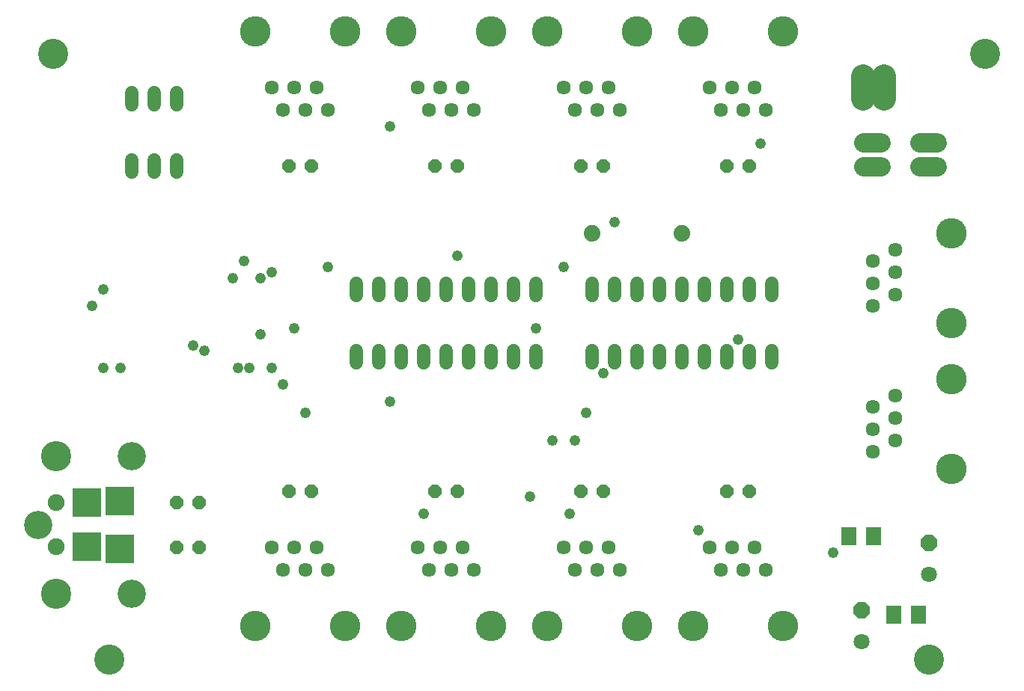
<source format=gbs>
G75*
G70*
%OFA0B0*%
%FSLAX24Y24*%
%IPPOS*%
%LPD*%
%AMOC8*
5,1,8,0,0,1.08239X$1,22.5*
%
%ADD10C,0.1340*%
%ADD11C,0.0600*%
%ADD12C,0.0634*%
%ADD13C,0.1360*%
%ADD14OC8,0.0600*%
%ADD15C,0.0740*%
%ADD16C,0.0867*%
%ADD17C,0.1261*%
%ADD18C,0.1346*%
%ADD19R,0.1261X0.1261*%
%ADD20C,0.0749*%
%ADD21C,0.1080*%
%ADD22R,0.0710X0.0789*%
%ADD23OC8,0.0710*%
%ADD24C,0.0710*%
%ADD25C,0.0480*%
D10*
X004100Y001704D03*
X040600Y001704D03*
X043100Y028704D03*
X001600Y028704D03*
D11*
X005100Y026964D02*
X005100Y026444D01*
X006100Y026444D02*
X006100Y026964D01*
X007100Y026964D02*
X007100Y026444D01*
X007100Y023964D02*
X007100Y023444D01*
X006100Y023444D02*
X006100Y023964D01*
X005100Y023964D02*
X005100Y023444D01*
X015100Y018464D02*
X015100Y017944D01*
X016100Y017944D02*
X016100Y018464D01*
X017100Y018464D02*
X017100Y017944D01*
X018100Y017944D02*
X018100Y018464D01*
X019100Y018464D02*
X019100Y017944D01*
X020100Y017944D02*
X020100Y018464D01*
X021100Y018464D02*
X021100Y017944D01*
X022100Y017944D02*
X022100Y018464D01*
X023100Y018464D02*
X023100Y017944D01*
X025600Y017944D02*
X025600Y018464D01*
X026600Y018464D02*
X026600Y017944D01*
X027600Y017944D02*
X027600Y018464D01*
X028600Y018464D02*
X028600Y017944D01*
X029600Y017944D02*
X029600Y018464D01*
X030600Y018464D02*
X030600Y017944D01*
X031600Y017944D02*
X031600Y018464D01*
X032600Y018464D02*
X032600Y017944D01*
X033600Y017944D02*
X033600Y018464D01*
X033600Y015464D02*
X033600Y014944D01*
X032600Y014944D02*
X032600Y015464D01*
X031600Y015464D02*
X031600Y014944D01*
X030600Y014944D02*
X030600Y015464D01*
X029600Y015464D02*
X029600Y014944D01*
X028600Y014944D02*
X028600Y015464D01*
X027600Y015464D02*
X027600Y014944D01*
X026600Y014944D02*
X026600Y015464D01*
X025600Y015464D02*
X025600Y014944D01*
X023100Y014944D02*
X023100Y015464D01*
X022100Y015464D02*
X022100Y014944D01*
X021100Y014944D02*
X021100Y015464D01*
X020100Y015464D02*
X020100Y014944D01*
X019100Y014944D02*
X019100Y015464D01*
X018100Y015464D02*
X018100Y014944D01*
X017100Y014944D02*
X017100Y015464D01*
X016100Y015464D02*
X016100Y014944D01*
X015100Y014944D02*
X015100Y015464D01*
D12*
X013350Y006704D03*
X012350Y006704D03*
X011350Y006704D03*
X011850Y005704D03*
X012850Y005704D03*
X013850Y005704D03*
X017850Y006704D03*
X018850Y006704D03*
X019850Y006704D03*
X019350Y005704D03*
X020350Y005704D03*
X018350Y005704D03*
X024350Y006704D03*
X025350Y006704D03*
X026350Y006704D03*
X025850Y005704D03*
X024850Y005704D03*
X026850Y005704D03*
X030850Y006704D03*
X031850Y006704D03*
X032850Y006704D03*
X032350Y005704D03*
X033350Y005704D03*
X031350Y005704D03*
X038100Y010954D03*
X039100Y011454D03*
X038100Y011954D03*
X039100Y012454D03*
X038100Y012954D03*
X039100Y013454D03*
X038100Y017454D03*
X039100Y017954D03*
X038100Y018454D03*
X039100Y018954D03*
X038100Y019454D03*
X039100Y019954D03*
X033350Y026204D03*
X032350Y026204D03*
X031350Y026204D03*
X030850Y027204D03*
X031850Y027204D03*
X032850Y027204D03*
X026850Y026204D03*
X025850Y026204D03*
X024850Y026204D03*
X024350Y027204D03*
X025350Y027204D03*
X026350Y027204D03*
X020350Y026204D03*
X019350Y026204D03*
X018350Y026204D03*
X017850Y027204D03*
X018850Y027204D03*
X019850Y027204D03*
X013850Y026204D03*
X012850Y026204D03*
X011850Y026204D03*
X011350Y027204D03*
X012350Y027204D03*
X013350Y027204D03*
D13*
X014600Y029704D03*
X017100Y029704D03*
X021100Y029704D03*
X023600Y029704D03*
X027600Y029704D03*
X030100Y029704D03*
X034100Y029704D03*
X041600Y020704D03*
X041600Y016704D03*
X041600Y014204D03*
X041600Y010204D03*
X034100Y003204D03*
X030100Y003204D03*
X027600Y003204D03*
X023600Y003204D03*
X021100Y003204D03*
X017100Y003204D03*
X014600Y003204D03*
X010600Y003204D03*
X010600Y029704D03*
D14*
X012100Y023704D03*
X013100Y023704D03*
X018600Y023704D03*
X019600Y023704D03*
X025100Y023704D03*
X026100Y023704D03*
X031600Y023704D03*
X032600Y023704D03*
X032600Y009204D03*
X031600Y009204D03*
X026100Y009204D03*
X025100Y009204D03*
X019600Y009204D03*
X018600Y009204D03*
X013100Y009204D03*
X012100Y009204D03*
X008100Y008704D03*
X007100Y008704D03*
X007100Y006704D03*
X008100Y006704D03*
D15*
X025600Y020704D03*
X029600Y020704D03*
D16*
X037706Y023674D02*
X038494Y023674D01*
X038494Y024734D02*
X037706Y024734D01*
X040206Y024734D02*
X040994Y024734D01*
X040994Y023674D02*
X040206Y023674D01*
D17*
X005100Y010775D03*
X000966Y007704D03*
X005100Y004633D03*
D18*
X001754Y004633D03*
X001754Y010775D03*
D19*
X003131Y008688D03*
X004569Y008767D03*
X004569Y006641D03*
X003131Y006720D03*
D20*
X001754Y006720D03*
X001754Y008688D03*
D21*
X037695Y026704D02*
X037695Y027704D01*
X038630Y027704D02*
X038630Y026704D01*
D22*
X038151Y007204D03*
X037049Y007204D03*
X039049Y003704D03*
X040151Y003704D03*
D23*
X037600Y003904D03*
X040600Y006904D03*
D24*
X040600Y005504D03*
X037600Y002504D03*
D25*
X036350Y006454D03*
X030350Y007454D03*
X024850Y011454D03*
X023850Y011454D03*
X025350Y012704D03*
X026100Y014454D03*
X023100Y016454D03*
X024350Y019204D03*
X026600Y021204D03*
X033100Y024704D03*
X032100Y015954D03*
X022850Y008954D03*
X024600Y008204D03*
X018100Y008204D03*
X012850Y012704D03*
X011850Y013954D03*
X011350Y014704D03*
X010350Y014704D03*
X009850Y014704D03*
X008350Y015454D03*
X007850Y015704D03*
X010850Y016204D03*
X012350Y016454D03*
X010850Y018704D03*
X011350Y018954D03*
X010100Y019454D03*
X009600Y018704D03*
X013850Y019204D03*
X019600Y019704D03*
X016600Y025454D03*
X003850Y018204D03*
X003350Y017454D03*
X003850Y014704D03*
X004600Y014704D03*
X016600Y013204D03*
M02*

</source>
